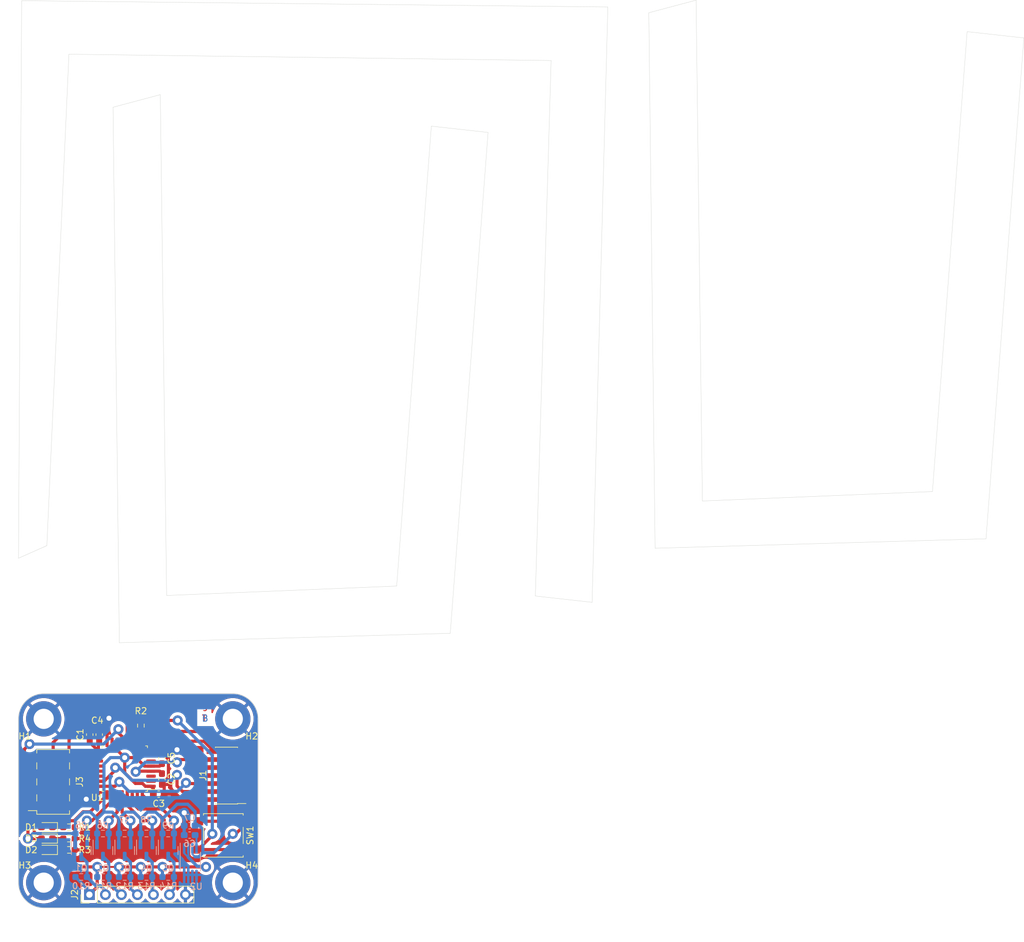
<source format=kicad_pcb>
(kicad_pcb (version 20221018) (generator pcbnew)
  (layers (0 "F.Cu" signal) (31 "B.Cu" signal) (34 "B.Paste" user) (35 "F.Paste" user) (36 "B.SilkS" user "B.Silkscreen") (37 "F.SilkS" user "F.Silkscreen") (38 "B.Mask" user) (39 "F.Mask" user) (44 "Edge.Cuts" user))
  (net 0 "")
  (net 1 "+5V-v3-")
  (net 2 "GND-v3-")
  (net 3 "+3.3V-v3-")
  (net 4 "Net-(D1-K)-v3-")
  (net 6 "Net-(D3-K)-v3-")
  (net 7 "Status_LED-v3-")
  (net 8 "Data_Clock_SNES-v3-")
  (net 9 "Data_Latch_SNES-v3-")
  (net 10 "Net-(D2-K)-v3-")
  (net 11 "Serial_Data1_SNES-v3-")
  (net 12 "Serial_Data2_SNES-v3-")
  (net 13 "SPI_Chip_Select-v3-")
  (net 14 "Chip_Enable-v3-")
  (net 15 "SPI_Digital_Input-v3-")
  (net 16 "SPI_Clock-v3-")
  (net 17 "SPI_Digital_Output-v3-")
  (net 18 "IOBit_SNES-v3-")
  (net 19 "Data_Clock_STM32-v3-")
  (net 20 "Data_Latch_STM32-v3-")
  (net 21 "Appairing_Btn-v3-")
  (net 22 "Net-(U2-BP)-v3-")
  (net 23 "SWDIO-v3-")
  (net 24 "SWDCK-v3-")
  (net 27 "NRST-v3-")
  (net 28 "USART2_RX-v3-")
  (net 29 "USART2_TX-v3-")
  (net 30 "Serial_Data1_STM32-v3-")
  (net 31 "IOBit_STM32-v3-")
  (net 32 "Serial_Data2_STM32-v3-")
  (footprint "MountingHole:MountingHole_3.2mm_M3_DIN965_Pad" (layer "F.Cu") (at 36.5 142.5)
    (fp_text reference "H4")
    (fp_text value "MountingHole_Pad")
  )
  (footprint "Capacitor_SMD:C_0603_1608Metric_Pad1.08x0.95mm_HandSolder" (layer "F.Cu") (at 24.7525 128.44)
    (fp_text reference "C3")
    (fp_text value "100n")
  )
  (footprint "MountingHole:MountingHole_3.2mm_M3_DIN965_Pad" (layer "F.Cu") (at 6.5 142.5)
    (fp_text reference "H3")
    (fp_text value "MountingHole_Pad")
  )
  (footprint "Diode_SMD:D_0603_1608Metric_Pad1.05x0.95mm_HandSolder" (layer "F.Cu") (at 7.01875 137.3 180)
    (fp_text reference "D2")
    (fp_text value "LED_Small")
  )
  (footprint "Button_Switch_SMD:SW_SPST_B3S-1000" (layer "F.Cu") (at 35 135 180)
    (fp_text reference "SW1")
    (fp_text value "SW_SPST")
  )
  (footprint "Connector_PinHeader_1.27mm:PinHeader_2x07_P1.27mm_Vertical_SMD" (layer "F.Cu") (at 35.5 125.5 180)
    (fp_text reference "J1")
    (fp_text value "Conn_02x07_Odd_Even")
  )
  (footprint "Resistor_SMD:R_0603_1608Metric_Pad0.98x0.95mm_HandSolder" (layer "F.Cu") (at 10.51875 133.7)
    (fp_text reference "R1")
    (fp_text value "1k")
  )
  (footprint "MountingHole:MountingHole_3.2mm_M3_DIN965_Pad" (layer "F.Cu") (at 6.5 116.5)
    (fp_text reference "H1")
    (fp_text value "MountingHole_Pad")
  )
  (footprint "Resistor_SMD:R_0603_1608Metric_Pad0.98x0.95mm_HandSolder" (layer "F.Cu") (at 10.51875 137.3)
    (fp_text reference "R3")
    (fp_text value "1k")
  )
  (footprint "Diode_SMD:D_0603_1608Metric_Pad1.05x0.95mm_HandSolder" (layer "F.Cu") (at 7.01875 135.5 180)
    (fp_text reference "D3")
    (fp_text value "LED")
  )
  (footprint "Connector_PinSocket_2.54mm:PinSocket_2x04_P2.54mm_Vertical_SMD" (layer "F.Cu") (at 8 126.5 180)
    (fp_text reference "J3")
    (fp_text value "Conn_01x08_Socket")
  )
  (footprint "Capacitor_SMD:C_0603_1608Metric_Pad1.08x0.95mm_HandSolder" (layer "F.Cu") (at 15.3 119 90)
    (fp_text reference "C4")
    (fp_text value "100n")
  )
  (footprint "Capacitor_SMD:C_0603_1608Metric_Pad1.08x0.95mm_HandSolder" (layer "F.Cu") (at 25.26 126.0525 90)
    (fp_text reference "C2")
    (fp_text value "100n")
  )
  (footprint "Connector_PinHeader_2.54mm:PinHeader_1x07_P2.54mm_Vertical" (layer "F.Cu") (at 13.75 144.4 90)
    (fp_text reference "J2")
    (fp_text value "Conn_01x07_Socket")
  )
  (footprint "Capacitor_SMD:C_0603_1608Metric_Pad1.08x0.95mm_HandSolder" (layer "F.Cu") (at 13.8 119 90)
    (fp_text reference "C1")
    (fp_text value "10u")
  )
  (footprint "Package_QFP:LQFP-32_7x7mm_P0.8mm" (layer "F.Cu") (at 19.35 124.4 180)
    (fp_text reference "U1")
    (fp_text value "STM32L412KBTx")
  )
  (footprint "Resistor_SMD:R_0603_1608Metric_Pad0.98x0.95mm_HandSolder" (layer "F.Cu") (at 21.92 117.57 90)
    (fp_text reference "R2")
    (fp_text value "10k")
  )
  (footprint "Diode_SMD:D_0603_1608Metric_Pad1.05x0.95mm_HandSolder" (layer "F.Cu") (at 7.01875 133.7 180)
    (fp_text reference "D1")
    (fp_text value "LED_Small")
  )
  (footprint "Capacitor_SMD:C_0603_1608Metric_Pad1.08x0.95mm_HandSolder" (layer "F.Cu") (at 25.26 122.75 90)
    (fp_text reference "C5")
    (fp_text value "100n")
  )
  (footprint "Resistor_SMD:R_0603_1608Metric_Pad0.98x0.95mm_HandSolder" (layer "F.Cu") (at 10.51875 135.5)
    (fp_text reference "R4")
    (fp_text value "1k")
  )
  (footprint "MountingHole:MountingHole_3.2mm_M3_DIN965_Pad" (layer "F.Cu") (at 36.5 116.5)
    (fp_text reference "H2")
    (fp_text value "MountingHole_Pad")
  )
  (footprint "Package_TO_SOT_SMD:SOT-23" (layer "B.Cu") (at 19.35 137.4 -90)
    (fp_text reference "Q3")
    (fp_text value "2N7002")
  )
  (footprint "Package_TO_SOT_SMD:SOT-23" (layer "B.Cu") (at 15.9 137.4 -90)
    (fp_text reference "Q2")
    (fp_text value "2N7002")
  )
  (footprint "Resistor_SMD:R_0603_1608Metric_Pad0.98x0.95mm_HandSolder" (layer "B.Cu") (at 22.8 134.7)
    (fp_text reference "R8")
    (fp_text value "10k")
  )
  (footprint "Resistor_SMD:R_0603_1608Metric_Pad0.98x0.95mm_HandSolder" (layer "B.Cu") (at 12.45 134.7)
    (fp_text reference "R5")
    (fp_text value "10k")
  )
  (footprint "Resistor_SMD:R_0603_1608Metric_Pad0.98x0.95mm_HandSolder" (layer "B.Cu") (at 15.9 141.6)
    (fp_text reference "R11")
    (fp_text value "10k")
  )
  (footprint "Package_TO_SOT_SMD:SOT-23" (layer "B.Cu") (at 26.25 137.4 -90)
    (fp_text reference "Q5")
    (fp_text value "2N7002")
  )
  (footprint "Package_SO:MSOP-8_3x3mm_P0.65mm" (layer "B.Cu") (at 29.7625 139.15 -90)
    (fp_text reference "U2")
    (fp_text value "MIC5219-3.3YMM")
  )
  (footprint "Resistor_SMD:R_0603_1608Metric_Pad0.98x0.95mm_HandSolder" (layer "B.Cu") (at 26.25 141.6)
    (fp_text reference "R14")
    (fp_text value "10k")
  )
  (footprint "Package_TO_SOT_SMD:SOT-23" (layer "B.Cu") (at 12.45 137.4 -90)
    (fp_text reference "Q1")
    (fp_text value "2N7002")
  )
  (footprint "Resistor_SMD:R_0603_1608Metric_Pad0.98x0.95mm_HandSolder" (layer "B.Cu") (at 19.35 134.7)
    (fp_text reference "R7")
    (fp_text value "10k")
  )
  (footprint "Capacitor_SMD:C_0603_1608Metric_Pad1.08x0.95mm_HandSolder" (layer "B.Cu") (at 29.65 133.45 180)
    (fp_text reference "C7")
    (fp_text value "2.2u")
  )
  (footprint "Resistor_SMD:R_0603_1608Metric_Pad0.98x0.95mm_HandSolder" (layer "B.Cu") (at 12.45 141.6)
    (fp_text reference "R10")
    (fp_text value "10k")
  )
  (footprint "Capacitor_SMD:C_0603_1608Metric_Pad1.08x0.95mm_HandSolder" (layer "B.Cu") (at 29.65 134.95 180)
    (fp_text reference "C6")
    (fp_text value "470p")
  )
  (footprint "Resistor_SMD:R_0603_1608Metric_Pad0.98x0.95mm_HandSolder" (layer "B.Cu") (at 19.35 141.6)
    (fp_text reference "R12")
    (fp_text value "10k")
  )
  (footprint "Resistor_SMD:R_0603_1608Metric_Pad0.98x0.95mm_HandSolder" (layer "B.Cu") (at 22.8 141.6)
    (fp_text reference "R13")
    (fp_text value "10k")
  )
  (footprint "Resistor_SMD:R_0603_1608Metric_Pad0.98x0.95mm_HandSolder" (layer "B.Cu") (at 15.9 134.7)
    (fp_text reference "R6")
    (fp_text value "10k")
  )
  (footprint "Package_TO_SOT_SMD:SOT-23" (layer "B.Cu") (at 22.8 137.4 -90)
    (fp_text reference "Q4")
    (fp_text value "2N7002")
  )
  (footprint "Resistor_SMD:R_0603_1608Metric_Pad0.98x0.95mm_HandSolder" (layer "B.Cu") (at 26.25 134.7)
    (fp_text reference "R9")
    (fp_text value "10k")
  )
  (gr_line (start 84.49996 96.999855) (end 86.99996 11.999855) (stroke (width 0.05)) (layer "Edge.Cuts"))
  (gr_line (start 36.5 146.5) (end 6.5 146.5) (stroke (width 0.1)) (layer "Edge.Cuts"))
  (gr_arc (start 6.5 146.5) (mid 3.671573 145.328427) (end 2.5 142.5) (stroke (width 0.1)) (layer "Edge.Cuts"))
  (gr_line (start 155.999827 87.915587) (end 161.999827 8.415587) (stroke (width 0.05)) (layer "Edge.Cuts"))
  (gr_line (start 17.499827 19.415587) (end 18.499827 104.415587) (stroke (width 0.05)) (layer "Edge.Cuts"))
  (gr_arc (start 40.5 142.5) (mid 39.328427 145.328427) (end 36.5 146.5) (stroke (width 0.1)) (layer "Edge.Cuts"))
  (gr_line (start 25.999827 96.915587) (end 24.999827 17.415587) (stroke (width 0.05)) (layer "Edge.Cuts"))
  (gr_line (start 2.49996 90.999855) (end 2.99996 2.499855) (stroke (width 0.05)) (layer "Edge.Cuts"))
  (gr_line (start 24.999827 17.415587) (end 17.499827 19.415587) (stroke (width 0.05)) (layer "Edge.Cuts"))
  (gr_line (start 102.499827 4.415587) (end 103.499827 89.415587) (stroke (width 0.05)) (layer "Edge.Cuts"))
  (gr_line (start 161.999827 8.415587) (end 152.999827 7.415587) (stroke (width 0.05)) (layer "Edge.Cuts"))
  (gr_arc (start 36.5 112.5) (mid 39.328427 113.671573) (end 40.5 116.5) (stroke (width 0.1)) (layer "Edge.Cuts"))
  (gr_line (start 62.499827 95.415587) (end 25.999827 96.915587) (stroke (width 0.05)) (layer "Edge.Cuts"))
  (gr_line (start 95.99996 3.499855) (end 93.49996 97.999855) (stroke (width 0.05)) (layer "Edge.Cuts"))
  (gr_line (start 67.999827 22.415587) (end 62.499827 95.415587) (stroke (width 0.05)) (layer "Edge.Cuts"))
  (gr_line (start 147.499827 80.415587) (end 110.999827 81.915587) (stroke (width 0.05)) (layer "Edge.Cuts"))
  (gr_line (start 6.5 112.5) (end 36.5 112.5) (stroke (width 0.1)) (layer "Edge.Cuts"))
  (gr_arc (start 2.5 116.5) (mid 3.671573 113.671573) (end 6.5 112.5) (stroke (width 0.1)) (layer "Edge.Cuts"))
  (gr_line (start 18.499827 104.415587) (end 70.999827 102.915587) (stroke (width 0.05)) (layer "Edge.Cuts"))
  (gr_line (start 103.499827 89.415587) (end 155.999827 87.915587) (stroke (width 0.05)) (layer "Edge.Cuts"))
  (gr_line (start 40.5 116.5) (end 40.5 142.5) (stroke (width 0.1)) (layer "Edge.Cuts"))
  (gr_line (start 10.49996 10.999855) (end 6.99996 88.999855) (stroke (width 0.05)) (layer "Edge.Cuts"))
  (gr_line (start 110.999827 81.915587) (end 109.999827 2.415587) (stroke (width 0.05)) (layer "Edge.Cuts"))
  (gr_line (start 152.999827 7.415587) (end 147.499827 80.415587) (stroke (width 0.05)) (layer "Edge.Cuts"))
  (gr_line (start 93.49996 97.999855) (end 84.49996 96.999855) (stroke (width 0.05)) (layer "Edge.Cuts"))
  (gr_line (start 109.999827 2.415587) (end 102.499827 4.415587) (stroke (width 0.05)) (layer "Edge.Cuts"))
  (gr_line (start 70.999827 102.915587) (end 76.999827 23.415587) (stroke (width 0.05)) (layer "Edge.Cuts"))
  (gr_line (start 86.99996 11.999855) (end 10.49996 10.999855) (stroke (width 0.05)) (layer "Edge.Cuts"))
  (gr_line (start 6.99996 88.999855) (end 2.49996 90.999855) (stroke (width 0.05)) (layer "Edge.Cuts"))
  (gr_line (start 76.999827 23.415587) (end 67.999827 22.415587) (stroke (width 0.05)) (layer "Edge.Cuts"))
  (gr_line (start 2.99996 2.499855) (end 95.99996 3.499855) (stroke (width 0.05)) (layer "Edge.Cuts"))
  (gr_line (start 2.5 142.5) (end 2.5 116.5) (stroke (width 0.1)) (layer "Edge.Cuts"))
  (gr_text "T" (at 31.5 117) (layer "F.Cu") (effects (font (size 1 1)) (justify left bottom)))
  (gr_text "SNES Plug" (at 24.5 115) (layer "F.Cu") (effects (font (size 1 1)) (justify left bottom)))
  (gr_text "B" (at 31.5 117) (layer "B.Cu") (effects (font (size 1 1)) (justify left bottom)))
  (segment (start 7.559189 138.75) (end 9 138.75) (width 0.5) (layer "F.Cu") (net 1))
  (segment (start 6.14375 137.334561) (end 7.559189 138.75) (width 0.5) (layer "F.Cu") (net 1))
  (segment (start 14.9875 140) (end 18.4375 140) (width 0.3) (layer "F.Cu") (net 1))
  (segment (start 6.14375 137.3) (end 6.14375 137.334561) (width 0.5) (layer "F.Cu") (net 1))
  (segment (start 14.9875 140) (end 14.9875 143.1625) (width 0.5) (layer "F.Cu") (net 1))
  (segment (start 21.8875 140) (end 25.3375 140) (width 0.5) (layer "F.Cu") (net 1))
  (segment (start 10.25 140) (end 14.9875 140) (width 0.5) (layer "F.Cu") (net 1))
  (segment (start 21.8875 140) (end 18.4375 140) (width 0.5) (layer "F.Cu") (net 1))
  (segment (start 14.9875 143.1625) (end 13.75 144.4) (width 0.5) (layer "F.Cu") (net 1))
  (segment (start 9 138.75) (end 10.25 140) (width 0.5) (layer "F.Cu") (net 1))
  (segment (start 25.3375 140) (end 32.25 140) (width 0.5) (layer "F.Cu") (net 1))
  (via (at 21.8875 140) (size 1.6) (drill 0.8) (layers "F.Cu" "B.Cu") (net 1))
  (via (at 25.3375 140) (size 1.6) (drill 0.8) (layers "F.Cu" "B.Cu") (net 1))
  (via (at 14.9875 140) (size 1.6) (drill 0.8) (layers "F.Cu" "B.Cu") (net 1))
  (via (at 18.4375 140) (size 1.6) (drill 0.8) (layers "F.Cu" "B.Cu") (net 1))
  (via (at 32.25 140) (size 1.6) (drill 0.8) (layers "F.Cu" "B.Cu") (net 1))
  (segment (start 21.8875 140) (end 21.8875 141.6) (width 0.5) (layer "B.Cu") (net 1))
  (segment (start 32.25 140) (end 32.15 139.9) (width 0.5) (layer "B.Cu") (net 1))
  (segment (start 13.75 144.4) (end 13.75 143.8125) (width 0.5) (layer "B.Cu") (net 1))
  (segment (start 29.4375 137.0375) (end 29.4375 138.480761) (width 0.3) (layer "B.Cu") (net 1))
  (segment (start 28.7875 137.830761) (end 29.4375 138.480761) (width 0.3) (layer "B.Cu") (net 1))
  (segment (start 18.4375 140) (end 18.4375 141.6) (width 0.5) (layer "B.Cu") (net 1))
  (segment (start 28.7875 137.0375) (end 28.7875 137.830761) (width 0.3) (layer "B.Cu") (net 1))
  (segment (start 30.856739 139.9) (end 29.4375 138.480761) (width 0.5) (layer "B.Cu") (net 1))
  (segment (start 14.9875 141.6) (end 14.9875 140) (width 0.5) (layer "B.Cu") (net 1))
  (segment (start 32.15 139.9) (end 30.856739 139.9) (width 0.5) (layer "B.Cu") (net 1))
  (segment (start 13.75 143.8125) (end 11.5375 141.6) (width 0.5) (layer "B.Cu") (net 1))
  (segment (start 25.3375 140) (end 25.3375 141.6) (width 0.5) (layer "B.Cu") (net 1))
  (segment (start 12.19 130.31) (end 10.52 130.31) (width 0.5) (layer "F.Cu") (net 2))
  (segment (start 13.25 129.25) (end 12.19 130.31) (width 0.5) (layer "F.Cu") (net 2))
  (segment (start 26.285 122.9125) (end 25.26 121.8875) (width 0.5) (layer "F.Cu") (net 2))
  (segment (start 25.615 128.44) (end 25.615 127.27) (width 0.5) (layer "F.Cu") (net 2))
  (segment (start 13.8 118.1375) (end 15.3 118.1375) (width 0.5) (layer "F.Cu") (net 2))
  (segment (start 25.26 126.915) (end 25.26 126.841193) (width 0.5) (layer "F.Cu") (net 2))
  (segment (start 22.15 128.575) (end 23.04 129.465) (width 0.5) (layer "F.Cu") (net 2))
  (segment (start 15.3 118.1375) (end 15.3 117.95) (width 0.5) (layer "F.Cu") (net 2))
  (segment (start 25.26 126.841193) (end 26.285 125.816193) (width 0.5) (layer "F.Cu") (net 2))
  (segment (start 15.3 117.95) (end 16.85 116.4) (width 0.5) (layer "F.Cu") (net 2))
  (segment (start 27.161689 121.8875) (end 25.26 121.8875) (width 0.5) (layer "F.Cu") (net 2))
  (segment (start 16.85 116.4) (end 16.55 116.7) (width 0.5) (layer "F.Cu") (net 2))
  (segment (start 27.649189 121.4) (end 27.161689 121.8875) (width 0.5) (layer "F.Cu") (net 2))
  (segment (start 23.04 129.465) (end 24.59 129.465) (width 0.5) (layer "F.Cu") (net 2))
  (segment (start 25.615 127.27) (end 25.26 126.915) (width 0.5) (layer "F.Cu") (net 2))
  (segment (start 26.285 125.816193) (end 26.285 122.9125) (width 0.5) (layer "F.Cu") (net 2))
  (segment (start 16.55 116.7) (end 16.55 120.225) (width 0.5) (layer "F.Cu") (net 2))
  (segment (start 24.59 129.465) (end 25.615 128.44) (width 0.5) (layer "F.Cu") (net 2))
  (via (at 16.85 116.4) (size 1.6) (drill 0.8) (layers "F.Cu" "B.Cu") (net 2))
  (via (at 28.7875 131.4) (size 1.6) (drill 0.8) (layers "F.Cu" "B.Cu") (net 2))
  (via (at 27.649189 121.4) (size 1.6) (drill 0.8) (layers "F.Cu" "B.Cu") (net 2))
  (via (at 13.25 129.25) (size 1.6) (drill 0.8) (layers "F.Cu" "B.Cu") (net 2))
  (segment (start 24.9 121.4) (end 19.9 116.4) (width 0.5) (layer "B.Cu") (net 2))
  (segment (start 28.7875 131.4375) (end 28.75 131.4) (width 0.5) (layer "B.Cu") (net 2))
  (segment (start 28.7875 133.45) (end 28.7875 131.4) (width 0.5) (layer "B.Cu") (net 2))
  (segment (start 19.9 116.4) (end 16.85 116.4) (width 0.5) (layer "B.Cu") (net 2))
  (segment (start 27.649189 121.4) (end 24.9 121.4) (width 0.5) (layer "B.Cu") (net 2))
  (segment (start 28.7875 133.45) (end 28.7875 134.95) (width 0.5) (layer "B.Cu") (net 2))
  (segment (start 22.5 124) (end 21.15 122.65) (width 0.5) (layer "F.Cu") (net 3))
  (segment (start 36.5 134.75) (end 36.975 134.75) (width 0.5) (layer "F.Cu") (net 3))
  (segment (start 4 135.5) (end 4 131.79) (width 0.5) (layer "F.Cu") (net 3))
  (segment (start 13.8 119.8625) (end 13.8 120.225) (width 0.5) (layer "F.Cu") (net 3))
  (segment (start 23.89 128.44) (end 23.89 127.565) (width 0.5) (layer "F.Cu") (net 3))
  (segment (start 6.14375 135.5) (end 4 135.5) (width 0.5) (layer "F.Cu") (net 3))
  (segment (start 23.525 124) (end 22.5 124) (width 0.5) (layer "F.Cu") (net 3))
  (segment (start 22.620406 127.2) (end 22.170406 126.75) (width 0.5) (layer "F.Cu") (net 3))
  (segment (start 15.175 119.9875) (end 15.3 119.8625) (width 0.5) (layer "F.Cu") (net 3))
  (segment (start 19.35 125.059189) (end 19.35 122.65) (width 0.5) (layer "F.Cu") (net 3))
  (segment (start 36.975 134.75) (end 38.975 132.75) (width 0.5) (layer "F.Cu") (net 3))
  (segment (start 18.3 121.6) (end 15.175 121.6) (width 0.5) (layer "F.Cu") (net 3))
  (segment (start 13.8 120.225) (end 15.175 121.6) (width 0.5) (layer "F.Cu") (net 3))
  (segment (start 4 131.79) (end 5.48 130.31) (width 0.5) (layer "F.Cu") (net 3))
  (segment (start 31.025 132.75) (end 38.975 132.75) (width 0.5) (layer "F.Cu") (net 3))
  (segment (start 39.5 132.225) (end 39.5 128.39) (width 0.5) (layer "F.Cu") (net 3))
  (segment (start 23.89 127.565) (end 23.525 127.2) (width 0.5) (layer "F.Cu") (net 3))
  (segment (start 25.26 123.6125) (end 24.8725 124) (width 0.5) (layer "F.Cu") (net 3))
  (segment (start 19.35 122.65) (end 18.3 121.6) (width 0.5) (layer "F.Cu") (net 3))
  (segment (start 24.8725 124) (end 23.525 124) (width 0.5) (layer "F.Cu") (net 3))
  (segment (start 37.45 128.04) (end 39.15 128.04) (width 0.5) (layer "F.Cu") (net 3))
  (segment (start 23.525 127.2) (end 22.620406 127.2) (width 0.5) (layer "F.Cu") (net 3))
  (segment (start 21.040811 126.75) (end 19.35 125.059189) (width 0.5) (layer "F.Cu") (net 3))
  (segment (start 38.975 132.75) (end 39.5 132.225) (width 0.5) (layer "F.Cu") (net 3))
  (segment (start 21.15 122.65) (end 19.35 122.65) (width 0.5) (layer "F.Cu") (net 3))
  (segment (start 39.15 128.04) (end 39.5 128.39) (width 0.5) (layer "F.Cu") (net 3))
  (segment (start 15.175 121.6) (end 15.175 119.9875) (width 0.5) (layer "F.Cu") (net 3))
  (segment (start 22.170406 126.75) (end 21.040811 126.75) (width 0.5) (layer "F.Cu") (net 3))
  (via (at 36.5 134.75) (size 1.6) (drill 0.8) (layers "F.Cu" "B.Cu") (net 3))
  (via (at 19.35 122.65) (size 1.6) (drill 0.8) (layers "F.Cu" "B.Cu") (net 3))
  (via (at 4 135.5) (size 1.6) (drill 0.8) (layers "F.Cu" "B.Cu") (net 3))
  (segment (start 4 135.5) (end 4.8 134.7) (width 0.5) (layer "B.Cu") (net 3))
  (segment (start 25.3375 134.7) (end 25.3375 132.365811) (width 0.5) (layer "B.Cu") (net 3))
  (segment (start 31.75 134) (end 31.2 133.45) (width 0.5) (layer "B.Cu") (net 3))
  (segment (start 18.4375 132.365811) (end 17.371689 131.3) (width 0.5) (layer "B.Cu") (net 3))
  (segment (start 33.493261 137.756739) (end 31.75 137.756739) (width 0.5) (layer "B.Cu") (net 3))
  (segment (start 13.921689 131.3) (end 14.9875 132.365811) (width 0.5) (layer "B.Cu") (net 3))
  (segment (start 24.271689 131.3) (end 22.953311 131.3) (width 0.5) (layer "B.Cu") (net 3))
  (segment (start 30.5125 131.215811) (end 29.346689 130.05) (width 0.5) (layer "B.Cu") (net 3))
  (segment (start 11.5 134.7375) (end 11.5375 134.7) (width 0.5) (layer "B.Cu") (net 3))
  (segment (start 30.5125 133.45) (end 30.5125 131.215811) (width 0.5) (layer "B.Cu") (net 3))
  (segment (start 21.8875 132.365811) (end 21.8875 134.7) (width 0.5) (layer "B.Cu") (net 3))
  (segment (start 11.5375 134.7) (end 11.5375 132.565811) (width 0.5) (layer "B.Cu") (net 3))
  (segment (start 31.75 137.756739) (end 31.75 134) (width 0.5) (layer "B.Cu") (net 3))
  (segment (start 25.3 134.7375) (end 25.3375 134.7) (width 0.5) (layer "B.Cu") (net 3))
  (segment (start 18.4 134.7375) (end 18.4375 134.7) (width 0.5) (layer "B.Cu") (net 3))
  (segment (start 22.953311 131.3) (end 21.8875 132.365811) (width 0.5) (layer "B.Cu") (net 3))
  (segment (start 17.1 122.65) (end 16.053311 123.696689) (width 0.5) (layer "B.Cu") (net 3))
  (segment (start 25.3375 132.365811) (end 24.271689 131.3) (width 0.5) (layer "B.Cu") (net 3))
  (segment (start 14.95 134.7375) (end 14.9875 134.7) (width 0.5) (layer "B.Cu") (net 3))
  (segment (start 30.0875 137.0375) (end 30.0875 137.977817) (width 0.3) (layer "B.Cu") (net 3))
  (segment (start 17.371689 131.3) (end 16.053311 131.3) (width 0.5) (layer "B.Cu") (net 3))
  (segment (start 20.821689 131.3) (end 21.8875 132.365811) (width 0.5) (layer "B.Cu") (net 3))
  (segment (start 16.053311 123.696689) (end 16.053311 131.3) (width 0.5) (layer "B.Cu") (net 3))
  (segment (start 12.803311 131.3) (end 13.921689 131.3) (width 0.5) (layer "B.Cu") (net 3))
  (segment (start 31.2 133.45) (end 30.5125 133.45) (width 0.5) (layer "B.Cu") (net 3))
  (segment (start 18.4375 132.365811) (end 19.503311 131.3) (width 0.5) (layer "B.Cu") (net 3))
  (segment (start 25.3 136.4625) (end 25.3 134.7375) (width 0.5) (layer "B.Cu") (net 3))
  (segment (start 19.35 122.65) (end 17.1 122.65) (width 0.5) (layer "B.Cu") (net 3))
  (segment (start 19.503311 131.3) (end 20.821689 131.3) (width 0.5) (layer "B.Cu") (net 3))
  (segment (start 11.5 136.4625) (end 11.5 134.7375) (width 0.5) (layer "B.Cu") (net 3))
  (segment (start 33.493261 137.756739) (end 36.5 134.75) (width 0.5) (layer "B.Cu") (net 3))
  (segment (start 31.106739 138.4) (end 30.509683 138.4) (width 0.5) (layer "B.Cu") (net 3))
  (segment (start 18.4 136.4625) (end 18.4 134.7375) (width 0.5) (layer "B.Cu") (net 3))
  (segment (start 11.5375 132.565811) (end 12.803311 131.3) (width 0.5) (layer "B.Cu") (net 3))
  (segment (start 14.9875 132.365811) (end 14.9875 134.7) (width 0.5) (layer "B.Cu") (net 3))
  (segment (start 31.75 137.756739) (end 31.106739 138.4) (width 0.5) (layer "B.Cu") (net 3))
  (segment (start 29.346689 130.05) (end 27.653311 130.05) (width 0.5) (layer "B.Cu") (net 3))
  (segment (start 18.4375 134.7) (end 18.4375 132.365811) (width 0.5) (layer "B.Cu") (net 3))
  (segment (start 21.85 134.7375) (end 21.8875 134.7) (width 0.5) (layer "B.Cu") (net 3))
  (segment (start 27.653311 130.05) (end 25.3375 132.365811) (width 0.5) (layer "B.Cu") (net 3))
  (segment (start 21.85 136.4625) (end 21.85 134.7375) (width 0.5) (layer "B.Cu") (net 3))
  (segment (start 14.95 136.4625) (end 14.95 134.7375) (width 0.5) (layer "B.Cu") (net 3))
  (segment (start 4.8 134.7) (end 11.5375 134.7) (width 0.5) (layer "B.Cu") (net 3))
  (segment (start 30.0875 137.977817) (end 30.509683 138.4) (width 0.3) (layer "B.Cu") (net 3))
  (segment (start 16.053311 131.3) (end 14.9875 132.365811) (width 0.5) (layer "B.Cu") (net 3))
  (segment (start 9.60625 133.7) (end 7.89375 133.7) (width 0.5) (layer "F.Cu") (net 4))
  (segment (start 9.60625 135.5) (end 7.89375 135.5) (width 0.5) (layer "F.Cu") (net 6))
  (segment (start 7.16875 132.675) (end 11.325 132.675) (width 0.5) (layer "F.Cu") (net 7))
  (segment (start 6.14375 133.7) (end 7.16875 132.675) (width 0.5) (layer "F.Cu") (net 7))
  (segment (start 13.875 131.25) (end 16.55 128.575) (width 0.5) (layer "F.Cu") (net 7))
  (segment (start 12.75 131.25) (end 13.875 131.25) (width 0.5) (layer "F.Cu") (net 7))
  (segment (start 11.325 132.675) (end 12.75 131.25) (width 0.5) (layer "F.Cu") (net 7))
  (segment (start 16.29 143.79) (end 15.5 143) (width 0.5) (layer "B.Cu") (net 8))
  (segment (start 13.3625 139.25) (end 12.45 138.3375) (width 0.5) (layer "B.Cu") (net 8))
  (segment (start 16.29 144.4) (end 16.29 143.79) (width 0.5) (layer "B.Cu") (net 8))
  (segment (start 14.7625 143) (end 13.3625 141.6) (width 0.5) (layer "B.Cu") (net 8))
  (segment (start 13.3625 141.6) (end 13.3625 139.25) (width 0.5) (layer "B.Cu") (net 8))
  (segment (start 15.5 143) (end 14.7625 143) (width 0.5) (layer "B.Cu") (net 8))
  (segment (start 16.8125 141.6) (end 16.8125 142.4625) (width 0.5) (layer "B.Cu") (net 9))
  (segment (start 16.8125 139.25) (end 15.9 138.3375) (width 0.5) (layer "B.Cu") (net 9))
  (segment (start 16.8125 141.6) (end 16.8125 139.25) (width 0.5) (layer "B.Cu") (net 9))
  (segment (start 16.8125 142.4625) (end 18.75 144.4) (width 0.5) (layer "B.Cu") (net 9))
  (segment (start 7.89375 137.3) (end 9.60625 137.3) (width 0.5) (layer "F.Cu") (net 10))
  (segment (start 20.2625 141.6) (end 20.2625 139.25) (width 0.5) (layer "B.Cu") (net 11))
  (segment (start 20.2625 139.25) (end 19.35 138.3375) (width 0.5) (layer "B.Cu") (net 11))
  (segment (start 20.2625 143.4125) (end 21.25 144.4) (width 0.5) (layer "B.Cu") (net 11))
  (segment (start 20.2625 141.6) (end 20.2625 143.4125) (width 0.5) (layer "B.Cu") (net 11))
  (segment (start 23.7125 141.6) (end 23.7125 139.25) (width 0.5) (layer "B.Cu") (net 12))
  (segment (start 23.7125 144.3625) (end 23.75 144.4) (width 0.5) (layer "B.Cu") (net 12))
  (segment (start 23.7125 139.25) (end 22.8 138.3375) (width 0.5) (layer "B.Cu") (net 12))
  (segment (start 23.7125 141.6) (end 23.7125 144.3625) (width 0.5) (layer "B.Cu") (net 12))
  (segment (start 13.6 122.4) (end 12.75 123.25) (width 0.5) (layer "F.Cu") (net 13))
  (segment (start 12.75 123.25) (end 12.75 126) (width 0.5) (layer "F.Cu") (net 13))
  (segment (start 6.75 126.5) (end 5.48 127.77) (width 0.5) (layer "F.Cu") (net 13))
  (segment (start 12.75 126) (end 12.25 126.5) (width 0.5) (layer "F.Cu") (net 13))
  (segment (start 12.25 126.5) (end 6.75 126.5) (width 0.5) (layer "F.Cu") (net 13))
  (segment (start 15.175 122.4) (end 13.6 122.4) (width 0.5) (layer "F.Cu") (net 13))
  (segment (start 12.98 127.77) (end 13.875 126.875) (width 0.5) (layer "F.Cu") (net 14))
  (segment (start 13.875 123.595406) (end 14.270406 123.2) (width 0.5) (layer "F.Cu") (net 14))
  (segment (start 13.875 126.875) (end 13.875 123.595406) (width 0.5) (layer "F.Cu") (net 14))
  (segment (start 10.52 127.77) (end 12.98 127.77) (width 0.5) (layer "F.Cu") (net 14))
  (segment (start 14.270406 123.2) (end 15.175 123.2) (width 0.5) (layer "F.Cu") (net 14))
  (segment (start 15.236307 115.05) (end 17.55 115.05) (width 0.5) (layer "F.Cu") (net 15))
  (segment (start 19.75 117.25) (end 19.75 120.225) (width 0.5) (layer "F.Cu") (net 15))
  (segment (start 10.52 119.766307) (end 15.236307 115.05) (width 0.5) (layer "F.Cu") (net 15))
  (segment (start 10.52 122.69) (end 10.52 119.766307) (width 0.5) (layer "F.Cu") (net 15))
  (segment (start 17.55 115.05) (end 19.75 117.25) (width 0.5) (layer "F.Cu") (net 15))
  (segment (start 20.55 115.8) (end 20.55 120.225) (width 0.5) (layer "F.Cu") (net 16))
  (segment (start 9.52 125.23) (end 8 123.71) (width 0.5) (layer "F.Cu") (net 16))
  (segment (start 8 120.25) (end 14.5 113.75) (width 0.5) (layer "F.Cu") (net 16))
  (segment (start 10.52 125.23) (end 9.52 125.23) (width 0.5) (layer "F.Cu") (net 16))
  (segment (start 14.5 113.75) (end 18.5 113.75) (width 0.5) (layer "F.Cu") (net 16))
  (segment (start 8 123.71) (end 8 120.25) (width 0.5) (layer "F.Cu") (net 16))
  (segment (start 18.5 113.75) (end 20.55 115.8) (width 0.5) (layer "F.Cu") (net 16))
  (segment (start 18.95 119.320406) (end 18.95 120.225) (width 0.5) (layer "F.Cu") (net 17))
  (segment (start 4.48 125.23) (end 3.43 124.18) (width 0.5) (layer "F.Cu") (net 17))
  (segment (start 18.35 118.15) (end 18.35 118.720406) (width 0.5) (layer "F.Cu") (net 17))
  (segment (start 5.48 125.23) (end 4.48 125.23) (width 0.5) (layer "F.Cu") (net 17))
  (segment (start 3.43 121.32) (end 4.25 120.5) (width 0.5) (layer "F.Cu") (net 17))
  (segment (start 3.43 124.18) (end 3.43 121.32) (width 0.5) (layer "F.Cu") (net 17))
  (segment (start 18.35 118.720406) (end 18.95 119.320406) (width 0.5) (layer "F.Cu") (net 17))
  (via (at 18.35 118.15) (size 1.6) (drill 0.8) (layers "F.Cu" "B.Cu") (net 17))
  (via (at 4.25 120.5) (size 1.6) (drill 0.8) (layers "F.Cu" "B.Cu") (net 17))
  (segment (start 4.25 120.5) (end 16 120.5) (width 0.5) (layer "B.Cu") (net 17))
  (segment (start 16 120.5) (end 18.35 118.15) (width 0.5) (layer "B.Cu") (net 17))
  (segment (start 27.1625 141.6) (end 27.1625 143.4875) (width 0.5) (layer "B.Cu") (net 18))
  (segment (start 27.1625 139.25) (end 26.25 138.3375) (width 0.5) (layer "B.Cu") (net 18))
  (segment (start 27.1625 141.6) (end 27.1625 139.25) (width 0.5) (layer "B.Cu") (net 18))
  (segment (start 27.1625 143.4875) (end 26.25 144.4) (width 0.5) (layer "B.Cu") (net 18))
  (segment (start 13.3625 132.65) (end 14.179594 132.65) (width 0.5) (layer "F.Cu") (net 19))
  (segment (start 14.179594 132.65) (end 17.35 129.479594) (width 0.5) (layer "F.Cu") (net 19))
  (segment (start 17.35 129.479594) (end 17.35 128.575) (width 0.5) (layer "F.Cu") (net 19))
  (via (at 13.3625 132.65) (size 1.6) (drill 0.8) (layers "F.Cu" "B.Cu") (net 19))
  (segment (start 13.4 136.4625) (end 13.4 134.7375) (width 0.5) (layer "B.Cu") (net 19))
  (segment (start 13.3625 134.7) (end 13.3625 132.65) (width 0.5) (layer "B.Cu") (net 19))
  (segment (start 13.4 134.7375) (end 13.3625 134.7) (width 0.5) (layer "B.Cu") (net 19))
  (segment (start 16.8125 132.65) (end 18.15 131.3125) (width 0.5) (layer "F.Cu") (net 20))
  (segment (start 18.15 131.3125) (end 18.15 128.575) (width 0.5) (layer "F.Cu") (net 20))
  (via (at 16.8125 132.65) (size 1.6) (drill 0.8) (layers "F.Cu" "B.Cu") (net 20))
  (segment (start 16.85 136.4625) (end 16.85 134.7375) (width 0.5) (layer "B.Cu") (net 20))
  (segment (start 16.85 134.7375) (end 16.8125 134.7) (width 0.5) (layer "B.Cu") (net 20))
  (segment (start 16.8125 134.7) (end 16.8125 132.65) (width 0.5) (layer "B.Cu") (net 20))
  (segment (start 31.025 137.225) (end 31.025 137.25) (width 0.5) (layer "F.Cu") (net 21))
  (segment (start 33.25 134.75) (end 33.25 135) (width 0.5) (layer "F.Cu") (net 21))
  (segment (start 33.25 135) (end 31.025 137.225) (width 0.5) (layer "F.Cu") (net 21))
  (segment (start 21.35 120.225) (end 21.35 119.0525) (width 0.5) (layer "F.Cu") (net 21))
  (segment (start 23.6525 116.75) (end 21.92 118.4825) (width 0.5) (layer "F.Cu") (net 21))
  (segment (start 27.75 116.75) (end 23.6525 116.75) (width 0.5) (layer "F.Cu") (net 21))
  (segment (start 38.975 137.25) (end 31.025 137.25) (width 0.5) (layer "F.Cu") (net 21))
  (segment (start 21.35 119.0525) (end 21.92 118.4825) (width 0.5) (layer "F.Cu") (net 21))
  (via (at 27.75 116.75) (size 1.6) (drill 0.8) (layers "F.Cu" "B.Cu") (net 21))
  (via (at 33.25 134.75) (size 1.6) (drill 0.8) (layers "F.Cu" "B.Cu") (net 21))
  (segment (start 33.25 134.75) (end 33.25 122.25) (width 0.5) (layer "B.Cu") (net 21))
  (segment (start 33.25 122.25) (end 27.75 116.75) (width 0.5) (layer "B.Cu") (net 21))
  (segment (start 30.7375 137.0375) (end 30.7375 135.175) (width 0.3) (layer "B.Cu") (net 22))
  (segment (start 30.7375 135.175) (end 30.5125 134.95) (width 0.3) (layer "B.Cu") (net 22))
  (segment (start 27.649189 125.4) (end 27.649189 127.149189) (width 0.5) (layer "F.Cu") (net 23))
  (segment (start 28.54 128.04) (end 33.55 128.04) (width 0.5) (layer "F.Cu") (net 23))
  (segment (start 27.649189 127.149189) (end 28.54 128.04) (width 0.5) (layer "F.Cu") (net 23))
  (segment (start 15.175 126.4) (end 16.079594 126.4) (width 0.5) (layer "F.Cu") (net 23))
  (segment (start 16.079594 126.4) (end 17.85 124.629594) (width 0.5) (layer "F.Cu") (net 23))
  (segment (start 17.85 124.629594) (end 17.85 124.25) (width 0.5) (layer "F.Cu") (net 23))
  (via (at 17.85 124.25) (size 1.6) (drill 0.8) (layers "F.Cu" "B.Cu") (net 23))
  (via (at 27.649189 125.4) (size 1.6) (drill 0.8) (layers "F.Cu" "B.Cu") (net 23))
  (segment (start 20.5 126.25) (end 26.799189 126.25) (width 0.5) (layer "B.Cu") (net 23))
  (segment (start 18.5 124.25) (end 20.5 126.25) (width 0.5) (layer "B.Cu") (net 23))
  (segment (start 26.799189 126.25) (end 27.649189 125.4) (width 0.5) (layer "B.Cu") (net 23))
  (segment (start 17.85 124.25) (end 18.5 124.25) (width 0.5) (layer "B.Cu") (net 23))
  (segment (start 33.55 126.77) (end 29.180901 126.77) (width 0.5) (layer "F.Cu") (net 24))
  (segment (start 18.5 126.5) (end 17.8 127.2) (width 0.5) (layer "F.Cu") (net 24))
  (segment (start 17.8 127.2) (end 15.175 127.2) (width 0.5) (layer "F.Cu") (net 24))
  (segment (start 29.180901 126.77) (end 29.07076 126.659859) (width 0.5) (layer "F.Cu") (net 24))
  (via (at 29.07076 126.659859) (size 1.6) (drill 0.8) (layers "F.Cu" "B.Cu") (net 24))
  (via (at 18.5 126.5) (size 1.6) (drill 0.8) (layers "F.Cu" "B.Cu") (net 24))
  (segment (start 20 128) (end 18.5 126.5) (width 0.5) (layer "B.Cu") (net 24))
  (segment (start 27.730619 128) (end 20 128) (width 0.5) (layer "B.Cu") (net 24))
  (segment (start 29.07076 126.659859) (end 27.730619 128) (width 0.5) (layer "B.Cu") (net 24))
  (segment (start 33.55 122.96) (end 28.089189 122.96) (width 0.5) (layer "F.Cu") (net 27))
  (segment (start 23.525 124.8) (end 21.2 124.8) (width 0.5) (layer "F.Cu") (net 27))
  (segment (start 25.26 125.19) (end 24.87 124.8) (width 0.5) (layer "F.Cu") (net 27))
  (segment (start 21.2 124.8) (end 21.1 124.9) (width 0.5) (layer "F.Cu") (net 27))
  (segment (start 24.87 124.8) (end 23.525 124.8) (width 0.5) (layer "F.Cu") (net 27))
  (segment (start 28.089189 122.96) (end 27.649189 123.4) (width 0.5) (layer "F.Cu") (net 27))
  (via (at 27.649189 123.4) (size 1.6) (drill 0.8) (layers "F.Cu" "B.Cu") (net 27))
  (via (at 21.1 124.9) (size 1.6) (drill 0.8) (layers "F.Cu" "B.Cu") (net 27))
  (segment (start 27.649189 123.4) (end 22.6 123.4) (width 0.5) (layer "B.Cu") (net 27))
  (segment (start 22.6 123.4) (end 21.1 124.9) (width 0.5) (layer "B.Cu") (net 27))
  (segment (start 36.22 121.69) (end 37.45 121.69) (width 0.5) (layer "F.Cu") (net 28))
  (segment (start 23.875 118.5) (end 33.03 118.5) (width 0.5) (layer "F.Cu") (net 28))
  (segment (start 33.03 118.5) (end 36.22 121.69) (width 0.5) (layer "F.Cu") (net 28))
  (segment (start 22.15 120.225) (end 23.875 118.5) (width 0.5) (layer "F.Cu") (net 28))
  (segment (start 25.075 120.05) (end 23.525 121.6) (width 0.5) (layer "F.Cu") (net 29))
  (segment (start 31.91 120.05) (end 25.075 120.05) (width 0.5) (layer "F.Cu") (net 29))
  (segment (start 33.55 121.69) (end 31.91 120.05) (width 0.5) (layer "F.Cu") (net 29))
  (segment (start 18.95 131.3375) (end 20.2625 132.65) (width 0.5) (layer "F.Cu") (net 30))
  (segment (start 18.95 128.575) (end 18.95 131.3375) (width 0.5) (layer "F.Cu") (net 30))
  (via (at 20.2625 132.65) (size 1.6) (drill 0.8) (layers "F.Cu" "B.Cu") (net 30))
  (segment (start 20.3 136.4625) (end 20.3 134.7375) (width 0.5) (layer "B.Cu") (net 30))
  (segment (start 20.2625 134.7) (end 20.2625 132.65) (width 0.5) (layer "B.Cu") (net 30))
  (segment (start 20.3 134.7375) (end 20.2625 134.7) (width 0.5) (layer "B.Cu") (net 30))
  (segment (start 20.55 129.810964) (end 20.55 128.575) (width 0.5) (layer "F.Cu") (net 31))
  (segment (start 27.1625 132.65) (end 25.3125 130.8) (width 0.5) (layer "F.Cu") (net 31))
  (segment (start 21.539036 130.8) (end 20.55 129.810964) (width 0.5) (layer "F.Cu") (net 31))
  (segment (start 25.3125 130.8) (end 21.539036 130.8) (width 0.5) (layer "F.Cu") (net 31))
  (via (at 27.1625 132.65) (size 1.6) (drill 0.8) (layers "F.Cu" "B.Cu") (net 31))
  (segment (start 27.2 134.7375) (end 27.1625 134.7) (width 0.5) (layer "B.Cu") (net 31))
  (segment (start 27.2 136.4625) (end 27.2 134.7375) (width 0.5) (layer "B.Cu") (net 31))
  (segment (start 27.1625 134.7) (end 27.1625 132.65) (width 0.5) (layer "B.Cu") (net 31))
  (segment (start 23.7125 132.65) (end 22.171689 132.65) (width 0.5) (layer "F.Cu") (net 32))
  (segment (start 19.75 130.228311) (end 19.75 128.575) (width 0.5) (layer "F.Cu") (net 32))
  (segment (start 22.171689 132.65) (end 19.75 130.228311) (width 0.5) (layer "F.Cu") (net 32))
  (via (at 23.7125 132.65) (size 1.6) (drill 0.8) (layers "F.Cu" "B.Cu") (net 32))
  (segment (start 23.75 134.7375) (end 23.7125 134.7) (width 0.5) (layer "B.Cu") (net 32))
  (segment (start 23.75 136.4625) (end 23.75 134.7375) (width 0.5) (layer "B.Cu") (net 32))
  (segment (start 23.7125 134.7) (end 23.7125 132.65) (width 0.5) (layer "B.Cu") (net 32))
  (zone (net 2) (net_name "GND-v3-") (layer "F.Cu") (connect_pads (clearance 0.5)) (min_thickness 0.25) (fill yes (thermal_gap 0.5) (thermal_bridge_width 0.5))
    (polygon (pts (xy 2.5 112.5) (xy 40.5 112.5) (xy 40.5 146.5) (xy 2.5 146.5)))
  )
  (zone (net 2) (net_name "GND-v3-") (layer "B.Cu") (priority 1) (connect_pads (clearance 0.5)) (min_thickness 0.25) (fill yes (thermal_gap 0.5) (thermal_bridge_width 0.5))
    (polygon (pts (xy 2.5 112.5) (xy 40.5 112.5) (xy 40.5 146.5) (xy 2.5 146.5)))
  )
)
</source>
